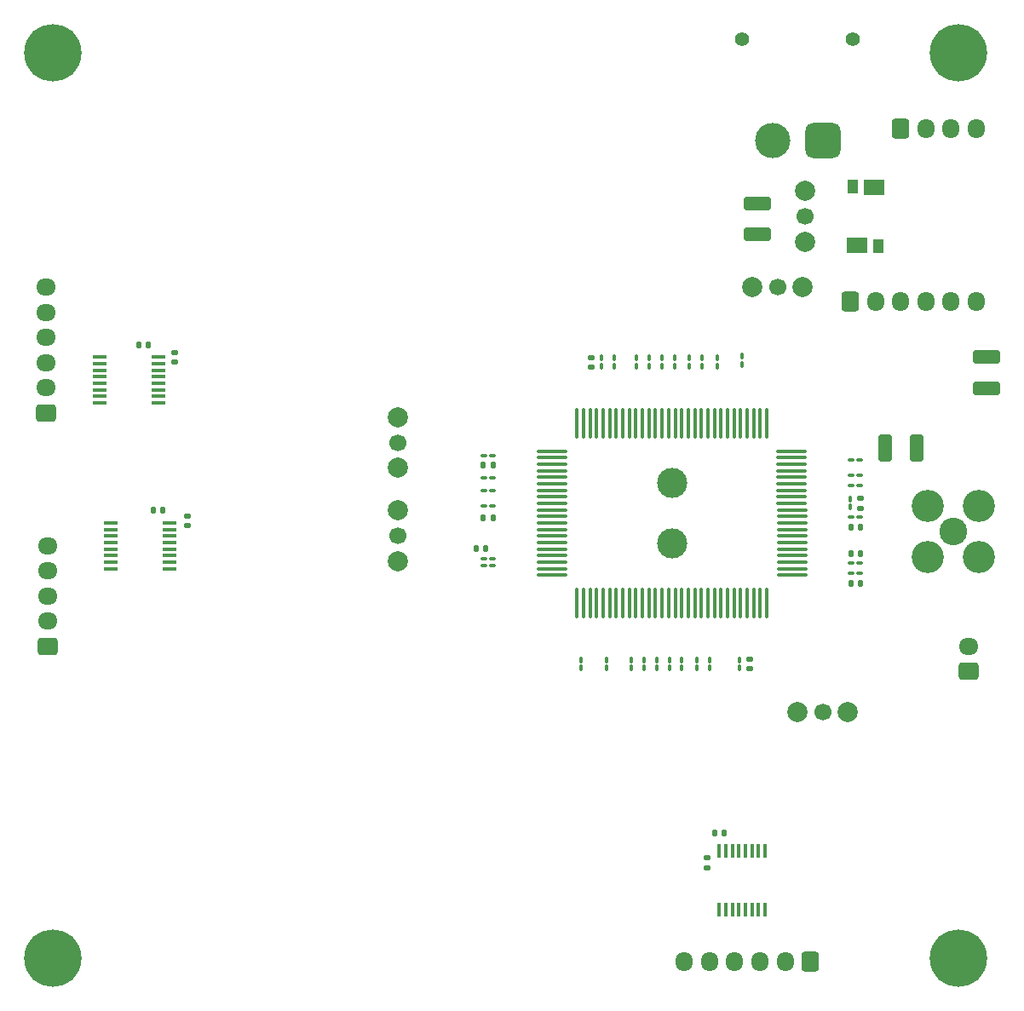
<source format=gts>
%TF.GenerationSoftware,KiCad,Pcbnew,9.0.0*%
%TF.CreationDate,2025-02-23T16:43:12+09:00*%
%TF.ProjectId,YATA-PCB,59415441-2d50-4434-922e-6b696361645f,rev?*%
%TF.SameCoordinates,Original*%
%TF.FileFunction,Soldermask,Top*%
%TF.FilePolarity,Negative*%
%FSLAX46Y46*%
G04 Gerber Fmt 4.6, Leading zero omitted, Abs format (unit mm)*
G04 Created by KiCad (PCBNEW 9.0.0) date 2025-02-23 16:43:12*
%MOMM*%
%LPD*%
G01*
G04 APERTURE LIST*
G04 Aperture macros list*
%AMRoundRect*
0 Rectangle with rounded corners*
0 $1 Rounding radius*
0 $2 $3 $4 $5 $6 $7 $8 $9 X,Y pos of 4 corners*
0 Add a 4 corners polygon primitive as box body*
4,1,4,$2,$3,$4,$5,$6,$7,$8,$9,$2,$3,0*
0 Add four circle primitives for the rounded corners*
1,1,$1+$1,$2,$3*
1,1,$1+$1,$4,$5*
1,1,$1+$1,$6,$7*
1,1,$1+$1,$8,$9*
0 Add four rect primitives between the rounded corners*
20,1,$1+$1,$2,$3,$4,$5,0*
20,1,$1+$1,$4,$5,$6,$7,0*
20,1,$1+$1,$6,$7,$8,$9,0*
20,1,$1+$1,$8,$9,$2,$3,0*%
G04 Aperture macros list end*
%ADD10RoundRect,0.100000X-0.217500X-0.100000X0.217500X-0.100000X0.217500X0.100000X-0.217500X0.100000X0*%
%ADD11RoundRect,0.250000X0.725000X-0.600000X0.725000X0.600000X-0.725000X0.600000X-0.725000X-0.600000X0*%
%ADD12O,1.950000X1.700000*%
%ADD13RoundRect,0.250000X-0.600000X-0.725000X0.600000X-0.725000X0.600000X0.725000X-0.600000X0.725000X0*%
%ADD14O,1.700000X1.950000*%
%ADD15R,0.450000X1.475000*%
%ADD16RoundRect,0.140000X0.170000X-0.140000X0.170000X0.140000X-0.170000X0.140000X-0.170000X-0.140000X0*%
%ADD17C,1.400000*%
%ADD18RoundRect,0.770000X-0.980000X-0.980000X0.980000X-0.980000X0.980000X0.980000X-0.980000X0.980000X0*%
%ADD19C,3.500000*%
%ADD20RoundRect,0.100000X0.217500X0.100000X-0.217500X0.100000X-0.217500X-0.100000X0.217500X-0.100000X0*%
%ADD21RoundRect,0.140000X-0.140000X-0.170000X0.140000X-0.170000X0.140000X0.170000X-0.140000X0.170000X0*%
%ADD22RoundRect,0.100000X-0.100000X0.217500X-0.100000X-0.217500X0.100000X-0.217500X0.100000X0.217500X0*%
%ADD23C,5.700000*%
%ADD24RoundRect,0.100000X0.100000X-0.217500X0.100000X0.217500X-0.100000X0.217500X-0.100000X-0.217500X0*%
%ADD25RoundRect,0.250000X-1.100000X0.412500X-1.100000X-0.412500X1.100000X-0.412500X1.100000X0.412500X0*%
%ADD26RoundRect,0.140000X0.140000X0.170000X-0.140000X0.170000X-0.140000X-0.170000X0.140000X-0.170000X0*%
%ADD27R,1.475000X0.450000*%
%ADD28C,2.000000*%
%ADD29C,1.700000*%
%ADD30RoundRect,0.250000X0.412500X1.100000X-0.412500X1.100000X-0.412500X-1.100000X0.412500X-1.100000X0*%
%ADD31RoundRect,0.087500X0.087500X-1.412500X0.087500X1.412500X-0.087500X1.412500X-0.087500X-1.412500X0*%
%ADD32RoundRect,0.087500X1.412500X-0.087500X1.412500X0.087500X-1.412500X0.087500X-1.412500X-0.087500X0*%
%ADD33C,3.000000*%
%ADD34RoundRect,0.250000X0.600000X0.725000X-0.600000X0.725000X-0.600000X-0.725000X0.600000X-0.725000X0*%
%ADD35R,2.010000X1.650000*%
%ADD36R,1.140000X1.390000*%
%ADD37C,3.203200*%
%ADD38C,2.743200*%
G04 APERTURE END LIST*
D10*
%TO.C,C19*%
X159342500Y-105750000D03*
X160157500Y-105750000D03*
%TD*%
D11*
%TO.C,J18*%
X171000000Y-116500000D03*
D12*
X171000000Y-114000000D03*
%TD*%
D13*
%TO.C,J8*%
X159250000Y-79750000D03*
D14*
X161750000Y-79750000D03*
X164250000Y-79750000D03*
X166750000Y-79750000D03*
X169250000Y-79750000D03*
X171750000Y-79750000D03*
%TD*%
D15*
%TO.C,IC2*%
X146200000Y-140188000D03*
X146850000Y-140188000D03*
X147500000Y-140188000D03*
X148150000Y-140188000D03*
X148800000Y-140188000D03*
X149450000Y-140188000D03*
X150100000Y-140188000D03*
X150750000Y-140188000D03*
X150750000Y-134312000D03*
X150100000Y-134312000D03*
X149450000Y-134312000D03*
X148800000Y-134312000D03*
X148150000Y-134312000D03*
X147500000Y-134312000D03*
X146850000Y-134312000D03*
X146200000Y-134312000D03*
%TD*%
D16*
%TO.C,C8*%
X145000000Y-135980000D03*
X145000000Y-135020000D03*
%TD*%
D17*
%TO.C,J4*%
X148500000Y-53675000D03*
X159500000Y-53675000D03*
D18*
X156500000Y-63675000D03*
D19*
X151500000Y-63675000D03*
%TD*%
D20*
%TO.C,C51*%
X123657500Y-106000000D03*
X122842500Y-106000000D03*
%TD*%
D21*
%TO.C,C55*%
X122770000Y-96000000D03*
X123730000Y-96000000D03*
%TD*%
D22*
%TO.C,C38*%
X145250000Y-115342500D03*
X145250000Y-116157500D03*
%TD*%
%TO.C,C36*%
X142500000Y-115342500D03*
X142500000Y-116157500D03*
%TD*%
%TO.C,C37*%
X144000000Y-115342500D03*
X144000000Y-116157500D03*
%TD*%
D23*
%TO.C,J13*%
X170000000Y-145000000D03*
%TD*%
D22*
%TO.C,C34*%
X140000000Y-115342500D03*
X140000000Y-116157500D03*
%TD*%
D24*
%TO.C,C25*%
X159250000Y-100157500D03*
X159250000Y-99342500D03*
%TD*%
%TO.C,C48*%
X138000000Y-86157500D03*
X138000000Y-85342500D03*
%TD*%
D11*
%TO.C,J3*%
X79438000Y-113975000D03*
D12*
X79438000Y-111475000D03*
X79438000Y-108975000D03*
X79438000Y-106475000D03*
X79438000Y-103975000D03*
%TD*%
D25*
%TO.C,C3*%
X150000000Y-69937500D03*
X150000000Y-73062500D03*
%TD*%
D26*
%TO.C,C53*%
X123730000Y-101250000D03*
X122770000Y-101250000D03*
%TD*%
D21*
%TO.C,C7*%
X88520000Y-84000000D03*
X89480000Y-84000000D03*
%TD*%
D10*
%TO.C,C28*%
X159342500Y-101125000D03*
X160157500Y-101125000D03*
%TD*%
D21*
%TO.C,C21*%
X159270000Y-107750000D03*
X160230000Y-107750000D03*
%TD*%
D23*
%TO.C,J11*%
X170000000Y-55000000D03*
%TD*%
D16*
%TO.C,C20*%
X160250000Y-100250000D03*
X160250000Y-99290000D03*
%TD*%
D22*
%TO.C,C27*%
X135000000Y-115342500D03*
X135000000Y-116157500D03*
%TD*%
D27*
%TO.C,IC3*%
X85721308Y-101725000D03*
X85721308Y-102375000D03*
X85721308Y-103025000D03*
X85721308Y-103675000D03*
X85721308Y-104325000D03*
X85721308Y-104975000D03*
X85721308Y-105625000D03*
X85721308Y-106275000D03*
X91597308Y-106275000D03*
X91597308Y-105625000D03*
X91597308Y-104975000D03*
X91597308Y-104325000D03*
X91597308Y-103675000D03*
X91597308Y-103025000D03*
X91597308Y-102375000D03*
X91597308Y-101725000D03*
%TD*%
D24*
%TO.C,C45*%
X141750000Y-86157500D03*
X141750000Y-85342500D03*
%TD*%
D20*
%TO.C,C56*%
X123657500Y-105250000D03*
X122842500Y-105250000D03*
%TD*%
D13*
%TO.C,J5*%
X164250000Y-62500000D03*
D14*
X166750000Y-62500000D03*
X169250000Y-62500000D03*
X171750000Y-62500000D03*
%TD*%
D22*
%TO.C,C32*%
X137500000Y-115342500D03*
X137500000Y-116157500D03*
%TD*%
D28*
%TO.C,J19*%
X154750000Y-68750000D03*
X154750000Y-73750000D03*
D29*
X154750000Y-71250000D03*
%TD*%
D22*
%TO.C,C26*%
X132500000Y-115342500D03*
X132500000Y-116157500D03*
%TD*%
D20*
%TO.C,C50*%
X123657500Y-98500000D03*
X122842500Y-98500000D03*
%TD*%
D28*
%TO.C,J7*%
X154000000Y-120500000D03*
X159000000Y-120500000D03*
D29*
X156500000Y-120500000D03*
%TD*%
D24*
%TO.C,C57*%
X134500000Y-86157500D03*
X134500000Y-85342500D03*
%TD*%
D22*
%TO.C,C35*%
X141250000Y-115342500D03*
X141250000Y-116157500D03*
%TD*%
D10*
%TO.C,C39*%
X159342500Y-98000000D03*
X160157500Y-98000000D03*
%TD*%
D24*
%TO.C,C44*%
X143250000Y-86157500D03*
X143250000Y-85342500D03*
%TD*%
D30*
%TO.C,C11*%
X165812500Y-94250000D03*
X162687500Y-94250000D03*
%TD*%
D10*
%TO.C,C40*%
X159342500Y-95500000D03*
X160157500Y-95500000D03*
%TD*%
D20*
%TO.C,C41*%
X123657500Y-100000000D03*
X122842500Y-100000000D03*
%TD*%
D16*
%TO.C,C24*%
X149250000Y-116230000D03*
X149250000Y-115270000D03*
%TD*%
D31*
%TO.C,J9*%
X132075000Y-109650000D03*
X132725000Y-109650000D03*
X133375000Y-109650000D03*
X134025000Y-109650000D03*
X134675000Y-109650000D03*
X135325000Y-109650000D03*
X135975000Y-109650000D03*
X136625000Y-109650000D03*
X137275000Y-109650000D03*
X137925000Y-109650000D03*
X138575000Y-109650000D03*
X139225000Y-109650000D03*
X139875000Y-109650000D03*
X140525000Y-109650000D03*
X141175000Y-109650000D03*
X141825000Y-109650000D03*
X142475000Y-109650000D03*
X143125000Y-109650000D03*
X143775000Y-109650000D03*
X144425000Y-109650000D03*
X145075000Y-109650000D03*
X145725000Y-109650000D03*
X146375000Y-109650000D03*
X147025000Y-109650000D03*
X147675000Y-109650000D03*
X148325000Y-109650000D03*
X148975000Y-109650000D03*
X149625000Y-109650000D03*
X150275000Y-109650000D03*
X150925000Y-109650000D03*
D32*
X153438000Y-106925000D03*
X153438000Y-106275000D03*
X153438000Y-105625000D03*
X153438000Y-104975000D03*
X153438000Y-104325000D03*
X153438000Y-103675000D03*
X153438000Y-103025000D03*
X153438000Y-102375000D03*
X153438000Y-101725000D03*
X153438000Y-101075000D03*
X153438000Y-100425000D03*
X153400000Y-99775000D03*
X153400000Y-99125000D03*
X153400000Y-98475000D03*
X153400000Y-97825000D03*
X153400000Y-97175000D03*
X153400000Y-96525000D03*
X153400000Y-95875000D03*
X153400000Y-95225000D03*
X153400000Y-94575000D03*
D31*
X150925000Y-91850000D03*
X150275000Y-91850000D03*
X149625000Y-91850000D03*
X148975000Y-91850000D03*
X148325000Y-91850000D03*
X147675000Y-91850000D03*
X147025000Y-91850000D03*
X146375000Y-91850000D03*
X145725000Y-91850000D03*
X145075000Y-91850000D03*
X144425000Y-91850000D03*
X143775000Y-91850000D03*
X143125000Y-91850000D03*
X142475000Y-91850000D03*
X141825000Y-91850000D03*
X141175000Y-91850000D03*
X140525000Y-91850000D03*
X139875000Y-91850000D03*
X139225000Y-91850000D03*
X138575000Y-91850000D03*
X137925000Y-91850000D03*
X137275000Y-91850000D03*
X136625000Y-91850000D03*
X135975000Y-91850000D03*
X135325000Y-91850000D03*
X134675000Y-91850000D03*
X134025000Y-91850000D03*
X133375000Y-91850000D03*
X132725000Y-91850000D03*
X132075000Y-91850000D03*
D32*
X129600000Y-94575000D03*
X129612800Y-95225000D03*
X129612800Y-95875000D03*
X129612800Y-96525000D03*
X129612800Y-97175000D03*
X129612800Y-97825000D03*
X129612800Y-98475000D03*
X129612800Y-99125000D03*
X129612800Y-99775000D03*
X129612800Y-100425000D03*
X129612800Y-101075000D03*
X129612800Y-101725000D03*
X129612800Y-102375000D03*
X129612800Y-103025000D03*
X129612800Y-103675000D03*
X129612800Y-104325000D03*
X129612800Y-104975000D03*
X129612800Y-105625000D03*
X129612800Y-106275000D03*
X129612800Y-106925000D03*
D33*
X141500000Y-103750000D03*
X141500000Y-97750000D03*
%TD*%
D28*
%TO.C,J15*%
X114250000Y-96250000D03*
X114250000Y-91250000D03*
D29*
X114250000Y-93750000D03*
%TD*%
D23*
%TO.C,J12*%
X80000000Y-145000000D03*
%TD*%
D10*
%TO.C,C49*%
X122842500Y-95000000D03*
X123657500Y-95000000D03*
%TD*%
D26*
%TO.C,C22*%
X160230000Y-102125000D03*
X159270000Y-102125000D03*
%TD*%
D10*
%TO.C,C58*%
X122842500Y-97250000D03*
X123657500Y-97250000D03*
%TD*%
D23*
%TO.C,J10*%
X80000000Y-55000000D03*
%TD*%
D27*
%TO.C,IC1*%
X84624000Y-85250000D03*
X84624000Y-85900000D03*
X84624000Y-86550000D03*
X84624000Y-87200000D03*
X84624000Y-87850000D03*
X84624000Y-88500000D03*
X84624000Y-89150000D03*
X84624000Y-89800000D03*
X90500000Y-89800000D03*
X90500000Y-89150000D03*
X90500000Y-88500000D03*
X90500000Y-87850000D03*
X90500000Y-87200000D03*
X90500000Y-86550000D03*
X90500000Y-85900000D03*
X90500000Y-85250000D03*
%TD*%
D34*
%TO.C,J2*%
X155250000Y-145312000D03*
D14*
X152750000Y-145312000D03*
X150250000Y-145312000D03*
X147750000Y-145312000D03*
X145250000Y-145312000D03*
X142750000Y-145312000D03*
%TD*%
D11*
%TO.C,J1*%
X79312000Y-90775000D03*
D12*
X79312000Y-88275000D03*
X79312000Y-85775000D03*
X79312000Y-83275000D03*
X79312000Y-80775000D03*
X79312000Y-78275000D03*
%TD*%
D22*
%TO.C,C42*%
X146000000Y-85342500D03*
X146000000Y-86157500D03*
%TD*%
D10*
%TO.C,C30*%
X159342500Y-106750000D03*
X160157500Y-106750000D03*
%TD*%
D16*
%TO.C,C16*%
X93347308Y-101980000D03*
X93347308Y-101020000D03*
%TD*%
%TO.C,C18*%
X92062000Y-85735000D03*
X92062000Y-84775000D03*
%TD*%
D25*
%TO.C,C4*%
X172750000Y-85187500D03*
X172750000Y-88312500D03*
%TD*%
D26*
%TO.C,C23*%
X146710000Y-132562000D03*
X145750000Y-132562000D03*
%TD*%
D24*
%TO.C,C47*%
X139250000Y-86157500D03*
X139250000Y-85342500D03*
%TD*%
D28*
%TO.C,J14*%
X114250000Y-105500000D03*
X114250000Y-100500000D03*
D29*
X114250000Y-103000000D03*
%TD*%
D28*
%TO.C,J20*%
X149500000Y-78250000D03*
X154500000Y-78250000D03*
D29*
X152000000Y-78250000D03*
%TD*%
D24*
%TO.C,C46*%
X140500000Y-86157500D03*
X140500000Y-85342500D03*
%TD*%
D22*
%TO.C,C52*%
X148500000Y-85160000D03*
X148500000Y-85975000D03*
%TD*%
D26*
%TO.C,C59*%
X122980000Y-104250000D03*
X122020000Y-104250000D03*
%TD*%
D22*
%TO.C,C33*%
X138750000Y-115342500D03*
X138750000Y-116157500D03*
%TD*%
D24*
%TO.C,C43*%
X144500000Y-86157500D03*
X144500000Y-85342500D03*
%TD*%
D10*
%TO.C,C31*%
X159342500Y-97000000D03*
X160157500Y-97000000D03*
%TD*%
D22*
%TO.C,C29*%
X148250000Y-115342500D03*
X148250000Y-116157500D03*
%TD*%
%TO.C,C54*%
X135750000Y-85342500D03*
X135750000Y-86157500D03*
%TD*%
D21*
%TO.C,C10*%
X89929308Y-100500000D03*
X90889308Y-100500000D03*
%TD*%
D35*
%TO.C,R1*%
X161605000Y-68380000D03*
D36*
X159500000Y-68250000D03*
X162036000Y-74220000D03*
D35*
X159935000Y-74090000D03*
%TD*%
D37*
%TO.C,J6*%
X166920000Y-100000000D03*
X166920000Y-105080000D03*
X172000000Y-100000000D03*
X172000000Y-105080000D03*
D38*
X169460000Y-102540000D03*
%TD*%
D21*
%TO.C,C14*%
X159270000Y-104750000D03*
X160230000Y-104750000D03*
%TD*%
D16*
%TO.C,C60*%
X133500000Y-86230000D03*
X133500000Y-85270000D03*
%TD*%
M02*

</source>
